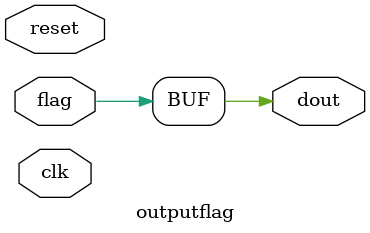
<source format=v>
`default_nettype none

module outputflag
  (
    input wire 	clk,
    input wire 	reset,

    output wire dout,
    input wire 	flag
   );
   
   assign dout = flag;
  
endmodule

`default_nettype wire

</source>
